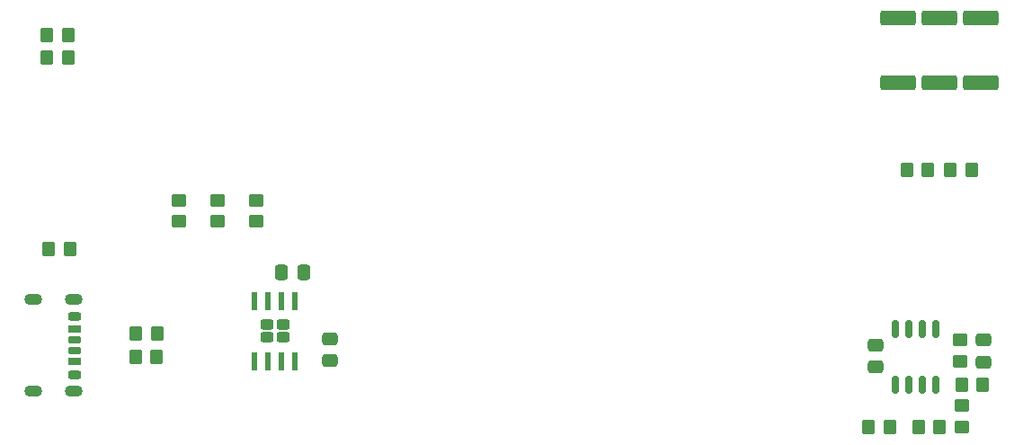
<source format=gbp>
G04 #@! TF.GenerationSoftware,KiCad,Pcbnew,8.0.3*
G04 #@! TF.CreationDate,2024-06-12T20:13:02+02:00*
G04 #@! TF.ProjectId,Li Ion Doctor,4c692049-6f6e-4204-946f-63746f722e6b,1*
G04 #@! TF.SameCoordinates,Original*
G04 #@! TF.FileFunction,Paste,Bot*
G04 #@! TF.FilePolarity,Positive*
%FSLAX46Y46*%
G04 Gerber Fmt 4.6, Leading zero omitted, Abs format (unit mm)*
G04 Created by KiCad (PCBNEW 8.0.3) date 2024-06-12 20:13:02*
%MOMM*%
%LPD*%
G01*
G04 APERTURE LIST*
G04 Aperture macros list*
%AMRoundRect*
0 Rectangle with rounded corners*
0 $1 Rounding radius*
0 $2 $3 $4 $5 $6 $7 $8 $9 X,Y pos of 4 corners*
0 Add a 4 corners polygon primitive as box body*
4,1,4,$2,$3,$4,$5,$6,$7,$8,$9,$2,$3,0*
0 Add four circle primitives for the rounded corners*
1,1,$1+$1,$2,$3*
1,1,$1+$1,$4,$5*
1,1,$1+$1,$6,$7*
1,1,$1+$1,$8,$9*
0 Add four rect primitives between the rounded corners*
20,1,$1+$1,$2,$3,$4,$5,0*
20,1,$1+$1,$4,$5,$6,$7,0*
20,1,$1+$1,$6,$7,$8,$9,0*
20,1,$1+$1,$8,$9,$2,$3,0*%
G04 Aperture macros list end*
%ADD10RoundRect,0.250000X-0.450000X0.350000X-0.450000X-0.350000X0.450000X-0.350000X0.450000X0.350000X0*%
%ADD11RoundRect,0.249999X-1.425001X0.450001X-1.425001X-0.450001X1.425001X-0.450001X1.425001X0.450001X0*%
%ADD12RoundRect,0.250000X-0.475000X0.337500X-0.475000X-0.337500X0.475000X-0.337500X0.475000X0.337500X0*%
%ADD13RoundRect,0.250000X0.475000X-0.337500X0.475000X0.337500X-0.475000X0.337500X-0.475000X-0.337500X0*%
%ADD14RoundRect,0.250000X0.337500X0.475000X-0.337500X0.475000X-0.337500X-0.475000X0.337500X-0.475000X0*%
%ADD15RoundRect,0.250000X0.450000X-0.350000X0.450000X0.350000X-0.450000X0.350000X-0.450000X-0.350000X0*%
%ADD16RoundRect,0.250000X-0.350000X-0.450000X0.350000X-0.450000X0.350000X0.450000X-0.350000X0.450000X0*%
%ADD17RoundRect,0.250000X0.350000X0.450000X-0.350000X0.450000X-0.350000X-0.450000X0.350000X-0.450000X0*%
%ADD18RoundRect,0.150000X-0.150000X0.675000X-0.150000X-0.675000X0.150000X-0.675000X0.150000X0.675000X0*%
%ADD19RoundRect,0.242500X-0.382500X0.242500X-0.382500X-0.242500X0.382500X-0.242500X0.382500X0.242500X0*%
%ADD20R,0.558800X1.663700*%
%ADD21RoundRect,0.175000X0.425000X-0.175000X0.425000X0.175000X-0.425000X0.175000X-0.425000X-0.175000X0*%
%ADD22RoundRect,0.190000X-0.410000X0.190000X-0.410000X-0.190000X0.410000X-0.190000X0.410000X0.190000X0*%
%ADD23RoundRect,0.200000X-0.400000X0.200000X-0.400000X-0.200000X0.400000X-0.200000X0.400000X0.200000X0*%
%ADD24RoundRect,0.175000X-0.425000X0.175000X-0.425000X-0.175000X0.425000X-0.175000X0.425000X0.175000X0*%
%ADD25RoundRect,0.190000X0.410000X-0.190000X0.410000X0.190000X-0.410000X0.190000X-0.410000X-0.190000X0*%
%ADD26RoundRect,0.200000X0.400000X-0.200000X0.400000X0.200000X-0.400000X0.200000X-0.400000X-0.200000X0*%
%ADD27O,1.700000X1.100000*%
G04 APERTURE END LIST*
D10*
X184327800Y-127965200D03*
X184327800Y-129965200D03*
D11*
X178333400Y-91440000D03*
X178333400Y-97540000D03*
X182245000Y-91440000D03*
X182245000Y-97540000D03*
D12*
X124815600Y-121666000D03*
X124815600Y-123741000D03*
D13*
X176199800Y-124325200D03*
X176199800Y-122250200D03*
D14*
X122373300Y-115392200D03*
X120298300Y-115392200D03*
D15*
X114249200Y-110600000D03*
X114249200Y-108600000D03*
D16*
X98164900Y-95211900D03*
X100164900Y-95211900D03*
D17*
X182270400Y-129971800D03*
X180270400Y-129971800D03*
X185270000Y-105760000D03*
X183270000Y-105760000D03*
X100164900Y-93103700D03*
X98164900Y-93103700D03*
D18*
X178104800Y-120768200D03*
X179374800Y-120768200D03*
X180644800Y-120768200D03*
X181914800Y-120768200D03*
X181914800Y-126018200D03*
X180644800Y-126018200D03*
X179374800Y-126018200D03*
X178104800Y-126018200D03*
D13*
X186359800Y-123842600D03*
X186359800Y-121767600D03*
D19*
X120428050Y-120336000D03*
X118878050Y-120336000D03*
X120428050Y-121536000D03*
X118878050Y-121536000D03*
D20*
X117748050Y-118110250D03*
X119018050Y-118110250D03*
X120288050Y-118110250D03*
X121558050Y-118110250D03*
X121558050Y-123761750D03*
X120288050Y-123761750D03*
X119018050Y-123761750D03*
X117748050Y-123761750D03*
D16*
X106517800Y-123381600D03*
X108517800Y-123381600D03*
D17*
X100368100Y-113245900D03*
X98368100Y-113245900D03*
X177587400Y-129971800D03*
X175587400Y-129971800D03*
D15*
X184200800Y-123774200D03*
X184200800Y-121774200D03*
X117900000Y-110600000D03*
X117900000Y-108600000D03*
D16*
X106536600Y-121197200D03*
X108536600Y-121197200D03*
X179160000Y-105750000D03*
X181160000Y-105750000D03*
D10*
X110600000Y-108600000D03*
X110600000Y-110600000D03*
D11*
X186156600Y-91440000D03*
X186156600Y-97540000D03*
D21*
X100787200Y-122782400D03*
D22*
X100787200Y-120762400D03*
D23*
X100787200Y-119532400D03*
D24*
X100787200Y-121782400D03*
D25*
X100787200Y-123802400D03*
D26*
X100787200Y-125032400D03*
D27*
X96907200Y-126602400D03*
X100707200Y-126602400D03*
X96907200Y-117962400D03*
X100707200Y-117962400D03*
D16*
X184334400Y-126034800D03*
X186334400Y-126034800D03*
M02*

</source>
